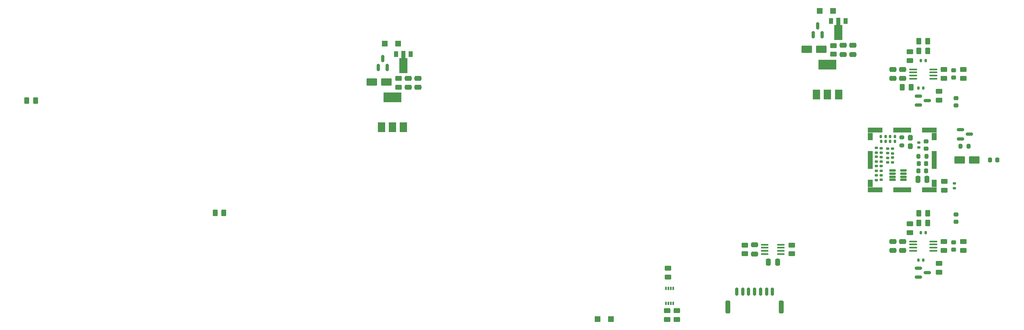
<source format=gbr>
%TF.GenerationSoftware,KiCad,Pcbnew,6.0.2+dfsg-1*%
%TF.CreationDate,2023-06-28T13:42:51-06:00*%
%TF.ProjectId,SpectDrone,53706563-7444-4726-9f6e-652e6b696361,rev?*%
%TF.SameCoordinates,PXd18240cPY697af44*%
%TF.FileFunction,Paste,Bot*%
%TF.FilePolarity,Positive*%
%FSLAX46Y46*%
G04 Gerber Fmt 4.6, Leading zero omitted, Abs format (unit mm)*
G04 Created by KiCad (PCBNEW 6.0.2+dfsg-1) date 2023-06-28 13:42:51*
%MOMM*%
%LPD*%
G01*
G04 APERTURE LIST*
G04 Aperture macros list*
%AMRoundRect*
0 Rectangle with rounded corners*
0 $1 Rounding radius*
0 $2 $3 $4 $5 $6 $7 $8 $9 X,Y pos of 4 corners*
0 Add a 4 corners polygon primitive as box body*
4,1,4,$2,$3,$4,$5,$6,$7,$8,$9,$2,$3,0*
0 Add four circle primitives for the rounded corners*
1,1,$1+$1,$2,$3*
1,1,$1+$1,$4,$5*
1,1,$1+$1,$6,$7*
1,1,$1+$1,$8,$9*
0 Add four rect primitives between the rounded corners*
20,1,$1+$1,$2,$3,$4,$5,0*
20,1,$1+$1,$4,$5,$6,$7,0*
20,1,$1+$1,$6,$7,$8,$9,0*
20,1,$1+$1,$8,$9,$2,$3,0*%
%AMFreePoly0*
4,1,9,3.862500,-0.866500,0.737500,-0.866500,0.737500,-0.450000,-0.737500,-0.450000,-0.737500,0.450000,0.737500,0.450000,0.737500,0.866500,3.862500,0.866500,3.862500,-0.866500,3.862500,-0.866500,$1*%
G04 Aperture macros list end*
%ADD10RoundRect,0.250000X-0.450000X0.262500X-0.450000X-0.262500X0.450000X-0.262500X0.450000X0.262500X0*%
%ADD11R,0.300000X0.800000*%
%ADD12R,1.500000X2.000000*%
%ADD13R,3.800000X2.000000*%
%ADD14RoundRect,0.200000X-0.200000X-0.275000X0.200000X-0.275000X0.200000X0.275000X-0.200000X0.275000X0*%
%ADD15RoundRect,0.140000X-0.140000X-0.170000X0.140000X-0.170000X0.140000X0.170000X-0.140000X0.170000X0*%
%ADD16RoundRect,0.250000X0.450000X-0.262500X0.450000X0.262500X-0.450000X0.262500X-0.450000X-0.262500X0*%
%ADD17RoundRect,0.140000X0.140000X0.170000X-0.140000X0.170000X-0.140000X-0.170000X0.140000X-0.170000X0*%
%ADD18RoundRect,0.135000X-0.185000X0.135000X-0.185000X-0.135000X0.185000X-0.135000X0.185000X0.135000X0*%
%ADD19RoundRect,0.100000X0.712500X0.100000X-0.712500X0.100000X-0.712500X-0.100000X0.712500X-0.100000X0*%
%ADD20RoundRect,0.125000X-0.537500X-0.125000X0.537500X-0.125000X0.537500X0.125000X-0.537500X0.125000X0*%
%ADD21RoundRect,0.250000X-0.250000X-0.475000X0.250000X-0.475000X0.250000X0.475000X-0.250000X0.475000X0*%
%ADD22RoundRect,0.225000X0.250000X-0.225000X0.250000X0.225000X-0.250000X0.225000X-0.250000X-0.225000X0*%
%ADD23RoundRect,0.250000X-0.475000X0.250000X-0.475000X-0.250000X0.475000X-0.250000X0.475000X0.250000X0*%
%ADD24RoundRect,0.250000X-0.275000X0.312500X-0.275000X-0.312500X0.275000X-0.312500X0.275000X0.312500X0*%
%ADD25RoundRect,0.135000X0.135000X0.185000X-0.135000X0.185000X-0.135000X-0.185000X0.135000X-0.185000X0*%
%ADD26RoundRect,0.150000X-0.587500X-0.150000X0.587500X-0.150000X0.587500X0.150000X-0.587500X0.150000X0*%
%ADD27RoundRect,0.250000X0.475000X-0.250000X0.475000X0.250000X-0.475000X0.250000X-0.475000X-0.250000X0*%
%ADD28RoundRect,0.225000X-0.225000X-0.250000X0.225000X-0.250000X0.225000X0.250000X-0.225000X0.250000X0*%
%ADD29RoundRect,0.140000X-0.170000X0.140000X-0.170000X-0.140000X0.170000X-0.140000X0.170000X0.140000X0*%
%ADD30R,0.900000X1.300000*%
%ADD31FreePoly0,270.000000*%
%ADD32RoundRect,0.250000X0.262500X0.450000X-0.262500X0.450000X-0.262500X-0.450000X0.262500X-0.450000X0*%
%ADD33R,3.800000X1.000000*%
%ADD34R,1.000000X1.650000*%
%ADD35R,1.000000X3.800000*%
%ADD36R,1.000000X1.000000*%
%ADD37R,2.130000X1.000000*%
%ADD38RoundRect,0.200000X-0.275000X0.200000X-0.275000X-0.200000X0.275000X-0.200000X0.275000X0.200000X0*%
%ADD39RoundRect,0.200000X0.200000X0.275000X-0.200000X0.275000X-0.200000X-0.275000X0.200000X-0.275000X0*%
%ADD40RoundRect,0.135000X0.185000X-0.135000X0.185000X0.135000X-0.185000X0.135000X-0.185000X-0.135000X0*%
%ADD41RoundRect,0.140000X0.170000X-0.140000X0.170000X0.140000X-0.170000X0.140000X-0.170000X-0.140000X0*%
%ADD42R,1.200000X1.200000*%
%ADD43RoundRect,0.225000X-0.250000X0.225000X-0.250000X-0.225000X0.250000X-0.225000X0.250000X0.225000X0*%
%ADD44R,1.600000X0.300000*%
%ADD45RoundRect,0.250000X-0.262500X-0.450000X0.262500X-0.450000X0.262500X0.450000X-0.262500X0.450000X0*%
%ADD46RoundRect,0.250000X0.850000X0.550000X-0.850000X0.550000X-0.850000X-0.550000X0.850000X-0.550000X0*%
%ADD47RoundRect,0.150000X0.150000X-0.587500X0.150000X0.587500X-0.150000X0.587500X-0.150000X-0.587500X0*%
%ADD48RoundRect,0.250000X-0.850000X-0.550000X0.850000X-0.550000X0.850000X0.550000X-0.850000X0.550000X0*%
%ADD49RoundRect,0.150000X0.150000X0.700000X-0.150000X0.700000X-0.150000X-0.700000X0.150000X-0.700000X0*%
%ADD50RoundRect,0.250000X0.250000X1.100000X-0.250000X1.100000X-0.250000X-1.100000X0.250000X-1.100000X0*%
%ADD51RoundRect,0.250000X0.250000X0.475000X-0.250000X0.475000X-0.250000X-0.475000X0.250000X-0.475000X0*%
G04 APERTURE END LIST*
D10*
%TO.C,RS7*%
X2540000Y-17121500D03*
X2540000Y-18946500D03*
%TD*%
D11*
%TO.C,U11*%
X-58178000Y-29998000D03*
X-58678000Y-29998000D03*
X-59178000Y-29998000D03*
X-59678000Y-29998000D03*
X-59678000Y-26898000D03*
X-59178000Y-26898000D03*
X-58678000Y-26898000D03*
X-58178000Y-26898000D03*
%TD*%
D12*
%TO.C,U4*%
X-23583900Y13728100D03*
D13*
X-25883900Y20028100D03*
D12*
X-25883900Y13728100D03*
X-28183900Y13728100D03*
%TD*%
D14*
%TO.C,R10*%
X1967700Y2921000D03*
X3617700Y2921000D03*
%TD*%
D15*
%TO.C,C22*%
X-14684575Y3922000D03*
X-13724575Y3922000D03*
%TD*%
D16*
%TO.C,R7*%
X-59309000Y-24534500D03*
X-59309000Y-22709500D03*
%TD*%
D17*
%TO.C,CS8*%
X-5870000Y-20955000D03*
X-6830000Y-20955000D03*
%TD*%
D18*
%TO.C,R16*%
X-15680500Y-3171000D03*
X-15680500Y-4191000D03*
%TD*%
D19*
%TO.C,US2*%
X-3729500Y-17059000D03*
X-3729500Y-17709000D03*
X-3729500Y-18359000D03*
X-3729500Y-19009000D03*
X-7954500Y-19009000D03*
X-7954500Y-18359000D03*
X-7954500Y-17709000D03*
X-7954500Y-17059000D03*
%TD*%
D15*
%TO.C,C23*%
X-12766575Y3922000D03*
X-11806575Y3922000D03*
%TD*%
D20*
%TO.C,U12*%
X-12314800Y-4150000D03*
X-12314800Y-3500000D03*
X-12314800Y-2850000D03*
X-12314800Y-2200000D03*
X-10039800Y-2200000D03*
X-10039800Y-2850000D03*
X-10039800Y-3500000D03*
X-10039800Y-4150000D03*
%TD*%
D16*
%TO.C,R11*%
X-59410600Y-33424500D03*
X-59410600Y-31599500D03*
%TD*%
D21*
%TO.C,C13*%
X-6986300Y-4064000D03*
X-5086300Y-4064000D03*
%TD*%
D22*
%TO.C,CS6*%
X508000Y-18809000D03*
X508000Y-17259000D03*
%TD*%
D23*
%TO.C,CS4*%
X-10160000Y18984000D03*
X-10160000Y17084000D03*
%TD*%
%TO.C,C3*%
X-20574000Y24061500D03*
X-20574000Y22161500D03*
%TD*%
D24*
%TO.C,C16*%
X-8577000Y4646700D03*
X-8577000Y2871700D03*
%TD*%
D18*
%TO.C,R17*%
X-15680500Y-1253000D03*
X-15680500Y-2273000D03*
%TD*%
D16*
%TO.C,R6*%
X-33324800Y-19657700D03*
X-33324800Y-17832700D03*
%TD*%
D23*
%TO.C,C9*%
X-41149300Y-17780000D03*
X-41149300Y-19680000D03*
%TD*%
D16*
%TO.C,R2*%
X-115651300Y15283500D03*
X-115651300Y17108500D03*
%TD*%
D17*
%TO.C,CS7*%
X-5362000Y-15240000D03*
X-6322000Y-15240000D03*
%TD*%
D25*
%TO.C,R20*%
X-13694575Y4938000D03*
X-14714575Y4938000D03*
%TD*%
D26*
%TO.C,U13*%
X1961200Y4450000D03*
X1961200Y6350000D03*
X3836200Y5400000D03*
%TD*%
D17*
%TO.C,CS2*%
X-5362000Y20828000D03*
X-6322000Y20828000D03*
%TD*%
D27*
%TO.C,CS5*%
X-12192000Y17084000D03*
X-12192000Y18984000D03*
%TD*%
D28*
%TO.C,C17*%
X-6811300Y-762000D03*
X-5261300Y-762000D03*
%TD*%
D29*
%TO.C,C21*%
X-14654900Y607000D03*
X-14654900Y-353000D03*
%TD*%
D30*
%TO.C,U3*%
X-25122000Y29145500D03*
D31*
X-23622000Y29058000D03*
D30*
X-22122000Y29145500D03*
%TD*%
D32*
%TO.C,RSW1*%
X-191619500Y12446000D03*
X-193444500Y12446000D03*
%TD*%
D33*
%TO.C,J5*%
X-10253100Y-6237100D03*
D34*
X-16983100Y-4912100D03*
D35*
X-3523100Y12900D03*
D34*
X-3523100Y4937900D03*
D36*
X-16983100Y6262900D03*
X-3523100Y-6237100D03*
D33*
X-10253100Y6262900D03*
D36*
X-16983100Y-6237100D03*
D37*
X-5088100Y-6237100D03*
D34*
X-3523100Y-4912100D03*
X-16983100Y4937900D03*
D37*
X-15418100Y6262900D03*
X-15418100Y-6237100D03*
D36*
X-3523100Y6262900D03*
D35*
X-16983100Y12900D03*
D37*
X-5088100Y6262900D03*
%TD*%
D38*
%TO.C,R14*%
X-10304200Y4749600D03*
X-10304200Y3099600D03*
%TD*%
D16*
%TO.C,RS5*%
X-1524000Y-18946500D03*
X-1524000Y-17121500D03*
%TD*%
D39*
%TO.C,R15*%
X-5211300Y762000D03*
X-6861300Y762000D03*
%TD*%
D10*
%TO.C,R_{PD.bias}1*%
X-8637300Y22690500D03*
X-8637300Y20865500D03*
%TD*%
D29*
%TO.C,C24*%
X-13336300Y2398000D03*
X-13336300Y1438000D03*
%TD*%
D40*
%TO.C,R23*%
X-12320300Y-510000D03*
X-12320300Y510000D03*
%TD*%
D23*
%TO.C,C5*%
X-111587300Y17146000D03*
X-111587300Y15246000D03*
%TD*%
D41*
%TO.C,C18*%
X-14664500Y-4161000D03*
X-14664500Y-3201000D03*
%TD*%
D42*
%TO.C,D1*%
X-27562000Y31292800D03*
X-24762000Y31292800D03*
%TD*%
D23*
%TO.C,CS9*%
X-10160000Y-17084000D03*
X-10160000Y-18984000D03*
%TD*%
D41*
%TO.C,C19*%
X-14664500Y-2243000D03*
X-14664500Y-1283000D03*
%TD*%
D27*
%TO.C,C8*%
X-113619300Y15246000D03*
X-113619300Y17146000D03*
%TD*%
D43*
%TO.C,C11*%
X1016000Y-11417000D03*
X1016000Y-12967000D03*
%TD*%
D22*
%TO.C,CS1*%
X508000Y17259000D03*
X508000Y18809000D03*
%TD*%
D16*
%TO.C,R1*%
X-24638000Y22199000D03*
X-24638000Y24024000D03*
%TD*%
D22*
%TO.C,C12*%
X1014000Y11411000D03*
X1014000Y12961000D03*
%TD*%
D40*
%TO.C,R22*%
X-12320300Y1408000D03*
X-12320300Y2428000D03*
%TD*%
D44*
%TO.C,U10*%
X-39015700Y-19687562D03*
X-39015700Y-19037562D03*
X-39015700Y-18387562D03*
X-39015700Y-17737562D03*
X-35615700Y-17737562D03*
X-35615700Y-18387562D03*
X-35615700Y-19037562D03*
X-35615700Y-19687562D03*
%TD*%
D29*
%TO.C,C20*%
X-14654900Y2512000D03*
X-14654900Y1552000D03*
%TD*%
D16*
%TO.C,RS2*%
X-1524000Y17121500D03*
X-1524000Y18946500D03*
%TD*%
D19*
%TO.C,US1*%
X-3729500Y19009000D03*
X-3729500Y18359000D03*
X-3729500Y17709000D03*
X-3729500Y17059000D03*
X-7954500Y17059000D03*
X-7954500Y17709000D03*
X-7954500Y18359000D03*
X-7954500Y19009000D03*
%TD*%
D16*
%TO.C,R8*%
X-57429400Y-33424500D03*
X-57429400Y-31599500D03*
%TD*%
D30*
%TO.C,U5*%
X-116135300Y22230000D03*
D31*
X-114635300Y22142500D03*
D30*
X-113135300Y22230000D03*
%TD*%
D26*
%TO.C,U9*%
X-6838800Y-24550000D03*
X-6838800Y-22650000D03*
X-4963800Y-23600000D03*
%TD*%
D17*
%TO.C,CS3*%
X-5870000Y15113000D03*
X-6830000Y15113000D03*
%TD*%
D40*
%TO.C,R18*%
X-15670900Y1580200D03*
X-15670900Y2600200D03*
%TD*%
D27*
%TO.C,CS10*%
X-12192000Y-18984000D03*
X-12192000Y-17084000D03*
%TD*%
%TO.C,C7*%
X-22606000Y22161500D03*
X-22606000Y24061500D03*
%TD*%
D29*
%TO.C,C25*%
X-13336300Y480000D03*
X-13336300Y-480000D03*
%TD*%
D32*
%TO.C,R3*%
X-152225400Y-11061900D03*
X-154050400Y-11061900D03*
%TD*%
D45*
%TO.C,RS8*%
X-6754500Y-13208000D03*
X-4929500Y-13208000D03*
%TD*%
D46*
%TO.C,C2*%
X4778000Y0D03*
X1778000Y0D03*
%TD*%
D47*
%TO.C,Q1*%
X-26990000Y26240500D03*
X-28890000Y26240500D03*
X-27940000Y28115500D03*
%TD*%
D43*
%TO.C,C27*%
X-5275000Y3924600D03*
X-5275000Y2374600D03*
%TD*%
D29*
%TO.C,C26*%
X-6808500Y3629600D03*
X-6808500Y2669600D03*
%TD*%
D48*
%TO.C,C6*%
X-121215300Y16389000D03*
X-118215300Y16389000D03*
%TD*%
D16*
%TO.C,R4*%
X-2541300Y12549500D03*
X-2541300Y14374500D03*
%TD*%
D42*
%TO.C,D3*%
X-71193200Y-33375600D03*
X-73993200Y-33375600D03*
%TD*%
D16*
%TO.C,R12*%
X-43180000Y-19642500D03*
X-43180000Y-17817500D03*
%TD*%
D41*
%TO.C,C15*%
X694000Y-5875900D03*
X694000Y-4915900D03*
%TD*%
D10*
%TO.C,RS3*%
X2540000Y18946500D03*
X2540000Y17121500D03*
%TD*%
D28*
%TO.C,C14*%
X-6824300Y-2286000D03*
X-5274300Y-2286000D03*
%TD*%
D32*
%TO.C,R9*%
X-8403400Y15244100D03*
X-10228400Y15244100D03*
%TD*%
D49*
%TO.C,JALT2*%
X-37398000Y-27614000D03*
X-38648000Y-27614000D03*
X-39898000Y-27614000D03*
X-41148000Y-27614000D03*
X-42398000Y-27614000D03*
X-43648000Y-27614000D03*
X-44898000Y-27614000D03*
D50*
X-46748000Y-30814000D03*
X-35548000Y-30814000D03*
%TD*%
D26*
%TO.C,U8*%
X-6838800Y11500000D03*
X-6838800Y13400000D03*
X-4963800Y12450000D03*
%TD*%
D45*
%TO.C,RS6*%
X-6754500Y22860000D03*
X-4929500Y22860000D03*
%TD*%
D48*
%TO.C,C4*%
X-30202000Y23241000D03*
X-27202000Y23241000D03*
%TD*%
D28*
%TO.C,C1*%
X8115000Y0D03*
X9665000Y0D03*
%TD*%
D12*
%TO.C,U6*%
X-114605200Y6854100D03*
D13*
X-116905200Y13154100D03*
D12*
X-116905200Y6854100D03*
X-119205200Y6854100D03*
%TD*%
D47*
%TO.C,Q2*%
X-118003300Y19388500D03*
X-119903300Y19388500D03*
X-118953300Y21263500D03*
%TD*%
D42*
%TO.C,D2*%
X-118575300Y24390000D03*
X-115775300Y24390000D03*
%TD*%
D51*
%TO.C,C10*%
X-36363900Y-21386800D03*
X-38263900Y-21386800D03*
%TD*%
D16*
%TO.C,R5*%
X-2541300Y-23518500D03*
X-2541300Y-21693500D03*
%TD*%
D32*
%TO.C,R_{PD}1*%
X-4930800Y24892000D03*
X-6755800Y24892000D03*
%TD*%
D16*
%TO.C,R13*%
X-1465000Y-6308400D03*
X-1465000Y-4483400D03*
%TD*%
D10*
%TO.C,R_{PD.bias}2*%
X-8637300Y-13377500D03*
X-8637300Y-15202500D03*
%TD*%
D40*
%TO.C,R19*%
X-15670900Y-337800D03*
X-15670900Y682200D03*
%TD*%
D32*
%TO.C,R_{PD}2*%
X-4930800Y-11176000D03*
X-6755800Y-11176000D03*
%TD*%
D25*
%TO.C,R21*%
X-11776575Y4938000D03*
X-12796575Y4938000D03*
%TD*%
M02*

</source>
